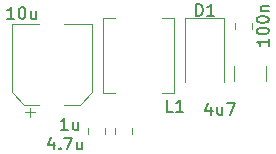
<source format=gbr>
G04 #@! TF.GenerationSoftware,KiCad,Pcbnew,(5.0.0)*
G04 #@! TF.CreationDate,2019-04-02T12:17:06-04:00*
G04 #@! TF.ProjectId,voltage-regulator-module,766F6C746167652D726567756C61746F,rev?*
G04 #@! TF.SameCoordinates,Original*
G04 #@! TF.FileFunction,Legend,Top*
G04 #@! TF.FilePolarity,Positive*
%FSLAX46Y46*%
G04 Gerber Fmt 4.6, Leading zero omitted, Abs format (unit mm)*
G04 Created by KiCad (PCBNEW (5.0.0)) date 04/02/19 12:17:06*
%MOMM*%
%LPD*%
G01*
G04 APERTURE LIST*
%ADD10C,0.120000*%
%ADD11C,0.150000*%
G04 APERTURE END LIST*
D10*
G04 #@! TO.C,C4*
X185274000Y-116224000D02*
X182924000Y-116224000D01*
X178454000Y-116224000D02*
X180804000Y-116224000D01*
X178454000Y-121979563D02*
X178454000Y-116224000D01*
X185274000Y-121979563D02*
X185274000Y-116224000D01*
X184209563Y-123044000D02*
X182924000Y-123044000D01*
X179518437Y-123044000D02*
X180804000Y-123044000D01*
X179518437Y-123044000D02*
X178454000Y-121979563D01*
X184209563Y-123044000D02*
X185274000Y-121979563D01*
X180016500Y-124071500D02*
X180016500Y-123284000D01*
X179622750Y-123677750D02*
X180410250Y-123677750D01*
G04 #@! TO.C,L1*
X187230000Y-122072000D02*
X186230000Y-122072000D01*
X186230000Y-122072000D02*
X186230000Y-115672000D01*
X186230000Y-115672000D02*
X187230000Y-115672000D01*
X191230000Y-115672000D02*
X192230000Y-115672000D01*
X192230000Y-115672000D02*
X192230000Y-122072000D01*
X192230000Y-122072000D02*
X191230000Y-122072000D01*
G04 #@! TO.C,C1*
X199988000Y-119793936D02*
X199988000Y-120998064D01*
X197268000Y-119793936D02*
X197268000Y-120998064D01*
G04 #@! TO.C,C2*
X198830000Y-116590578D02*
X198830000Y-116073422D01*
X197410000Y-116590578D02*
X197410000Y-116073422D01*
G04 #@! TO.C,C5*
X186384000Y-124963422D02*
X186384000Y-125480578D01*
X184964000Y-124963422D02*
X184964000Y-125480578D01*
G04 #@! TO.C,C6*
X187250000Y-124963422D02*
X187250000Y-125480578D01*
X188670000Y-124963422D02*
X188670000Y-125480578D01*
G04 #@! TO.C,D1*
X196468000Y-115726000D02*
X193168000Y-115726000D01*
X193168000Y-115726000D02*
X193168000Y-121126000D01*
X196468000Y-115726000D02*
X196468000Y-121126000D01*
G04 #@! TO.C,C4*
D11*
X178681142Y-115768380D02*
X178109714Y-115768380D01*
X178395428Y-115768380D02*
X178395428Y-114768380D01*
X178300190Y-114911238D01*
X178204952Y-115006476D01*
X178109714Y-115054095D01*
X179300190Y-114768380D02*
X179395428Y-114768380D01*
X179490666Y-114816000D01*
X179538285Y-114863619D01*
X179585904Y-114958857D01*
X179633523Y-115149333D01*
X179633523Y-115387428D01*
X179585904Y-115577904D01*
X179538285Y-115673142D01*
X179490666Y-115720761D01*
X179395428Y-115768380D01*
X179300190Y-115768380D01*
X179204952Y-115720761D01*
X179157333Y-115673142D01*
X179109714Y-115577904D01*
X179062095Y-115387428D01*
X179062095Y-115149333D01*
X179109714Y-114958857D01*
X179157333Y-114863619D01*
X179204952Y-114816000D01*
X179300190Y-114768380D01*
X180490666Y-115101714D02*
X180490666Y-115768380D01*
X180062095Y-115101714D02*
X180062095Y-115625523D01*
X180109714Y-115720761D01*
X180204952Y-115768380D01*
X180347809Y-115768380D01*
X180443047Y-115720761D01*
X180490666Y-115673142D01*
G04 #@! TO.C,L1*
X192111333Y-123642380D02*
X191635142Y-123642380D01*
X191635142Y-122642380D01*
X192968476Y-123642380D02*
X192397047Y-123642380D01*
X192682761Y-123642380D02*
X192682761Y-122642380D01*
X192587523Y-122785238D01*
X192492285Y-122880476D01*
X192397047Y-122928095D01*
G04 #@! TO.C,C1*
X195349904Y-123229714D02*
X195349904Y-123896380D01*
X195111809Y-122848761D02*
X194873714Y-123563047D01*
X195492761Y-123563047D01*
X196302285Y-123229714D02*
X196302285Y-123896380D01*
X195873714Y-123229714D02*
X195873714Y-123753523D01*
X195921333Y-123848761D01*
X196016571Y-123896380D01*
X196159428Y-123896380D01*
X196254666Y-123848761D01*
X196302285Y-123801142D01*
X196683238Y-122896380D02*
X197349904Y-122896380D01*
X196921333Y-123896380D01*
G04 #@! TO.C,C2*
X200222380Y-117451047D02*
X200222380Y-118022476D01*
X200222380Y-117736761D02*
X199222380Y-117736761D01*
X199365238Y-117832000D01*
X199460476Y-117927238D01*
X199508095Y-118022476D01*
X199222380Y-116832000D02*
X199222380Y-116736761D01*
X199270000Y-116641523D01*
X199317619Y-116593904D01*
X199412857Y-116546285D01*
X199603333Y-116498666D01*
X199841428Y-116498666D01*
X200031904Y-116546285D01*
X200127142Y-116593904D01*
X200174761Y-116641523D01*
X200222380Y-116736761D01*
X200222380Y-116832000D01*
X200174761Y-116927238D01*
X200127142Y-116974857D01*
X200031904Y-117022476D01*
X199841428Y-117070095D01*
X199603333Y-117070095D01*
X199412857Y-117022476D01*
X199317619Y-116974857D01*
X199270000Y-116927238D01*
X199222380Y-116832000D01*
X199222380Y-115879619D02*
X199222380Y-115784380D01*
X199270000Y-115689142D01*
X199317619Y-115641523D01*
X199412857Y-115593904D01*
X199603333Y-115546285D01*
X199841428Y-115546285D01*
X200031904Y-115593904D01*
X200127142Y-115641523D01*
X200174761Y-115689142D01*
X200222380Y-115784380D01*
X200222380Y-115879619D01*
X200174761Y-115974857D01*
X200127142Y-116022476D01*
X200031904Y-116070095D01*
X199841428Y-116117714D01*
X199603333Y-116117714D01*
X199412857Y-116070095D01*
X199317619Y-116022476D01*
X199270000Y-115974857D01*
X199222380Y-115879619D01*
X199555714Y-115117714D02*
X200222380Y-115117714D01*
X199650952Y-115117714D02*
X199603333Y-115070095D01*
X199555714Y-114974857D01*
X199555714Y-114832000D01*
X199603333Y-114736761D01*
X199698571Y-114689142D01*
X200222380Y-114689142D01*
G04 #@! TO.C,C5*
X182030809Y-126150714D02*
X182030809Y-126817380D01*
X181792714Y-125769761D02*
X181554619Y-126484047D01*
X182173666Y-126484047D01*
X182554619Y-126722142D02*
X182602238Y-126769761D01*
X182554619Y-126817380D01*
X182507000Y-126769761D01*
X182554619Y-126722142D01*
X182554619Y-126817380D01*
X182935571Y-125817380D02*
X183602238Y-125817380D01*
X183173666Y-126817380D01*
X184411761Y-126150714D02*
X184411761Y-126817380D01*
X183983190Y-126150714D02*
X183983190Y-126674523D01*
X184030809Y-126769761D01*
X184126047Y-126817380D01*
X184268904Y-126817380D01*
X184364142Y-126769761D01*
X184411761Y-126722142D01*
G04 #@! TO.C,C6*
X183221333Y-125166380D02*
X182649904Y-125166380D01*
X182935619Y-125166380D02*
X182935619Y-124166380D01*
X182840380Y-124309238D01*
X182745142Y-124404476D01*
X182649904Y-124452095D01*
X184078476Y-124499714D02*
X184078476Y-125166380D01*
X183649904Y-124499714D02*
X183649904Y-125023523D01*
X183697523Y-125118761D01*
X183792761Y-125166380D01*
X183935619Y-125166380D01*
X184030857Y-125118761D01*
X184078476Y-125071142D01*
G04 #@! TO.C,D1*
X194079904Y-115514380D02*
X194079904Y-114514380D01*
X194318000Y-114514380D01*
X194460857Y-114562000D01*
X194556095Y-114657238D01*
X194603714Y-114752476D01*
X194651333Y-114942952D01*
X194651333Y-115085809D01*
X194603714Y-115276285D01*
X194556095Y-115371523D01*
X194460857Y-115466761D01*
X194318000Y-115514380D01*
X194079904Y-115514380D01*
X195603714Y-115514380D02*
X195032285Y-115514380D01*
X195318000Y-115514380D02*
X195318000Y-114514380D01*
X195222761Y-114657238D01*
X195127523Y-114752476D01*
X195032285Y-114800095D01*
G04 #@! TD*
M02*

</source>
